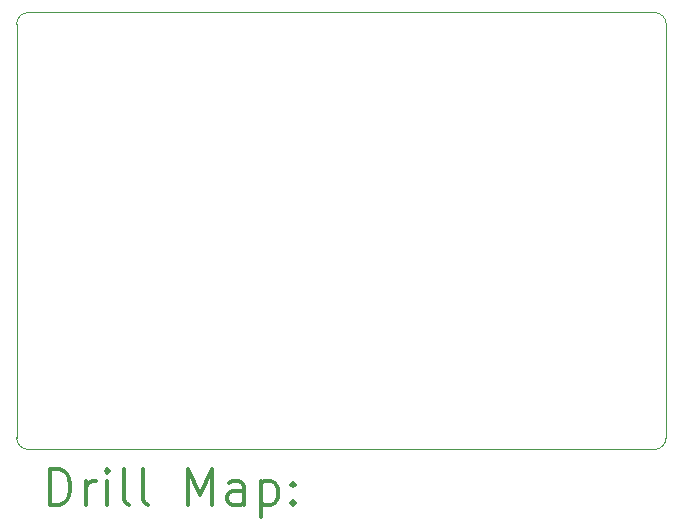
<source format=gbr>
%FSLAX45Y45*%
G04 Gerber Fmt 4.5, Leading zero omitted, Abs format (unit mm)*
G04 Created by KiCad (PCBNEW (5.1.6)-1) date 2021-12-03 11:21:00*
%MOMM*%
%LPD*%
G01*
G04 APERTURE LIST*
%TA.AperFunction,Profile*%
%ADD10C,0.050000*%
%TD*%
%ADD11C,0.200000*%
%ADD12C,0.300000*%
G04 APERTURE END LIST*
D10*
X20300000Y-8200000D02*
G75*
G02*
X20400000Y-8300000I0J-100000D01*
G01*
X15000000Y-8200000D02*
X20300000Y-8200000D01*
X14900000Y-8300000D02*
G75*
G02*
X15000000Y-8200000I100000J0D01*
G01*
X14900000Y-11800000D02*
X14900000Y-8300000D01*
X15000000Y-11900000D02*
G75*
G02*
X14900000Y-11800000I0J100000D01*
G01*
X20300000Y-11900000D02*
X15000000Y-11900000D01*
X20400000Y-11800000D02*
G75*
G02*
X20300000Y-11900000I-100000J0D01*
G01*
X20400000Y-8300000D02*
X20400000Y-11800000D01*
D11*
D12*
X15183928Y-12368214D02*
X15183928Y-12068214D01*
X15255357Y-12068214D01*
X15298214Y-12082500D01*
X15326786Y-12111071D01*
X15341071Y-12139643D01*
X15355357Y-12196786D01*
X15355357Y-12239643D01*
X15341071Y-12296786D01*
X15326786Y-12325357D01*
X15298214Y-12353929D01*
X15255357Y-12368214D01*
X15183928Y-12368214D01*
X15483928Y-12368214D02*
X15483928Y-12168214D01*
X15483928Y-12225357D02*
X15498214Y-12196786D01*
X15512500Y-12182500D01*
X15541071Y-12168214D01*
X15569643Y-12168214D01*
X15669643Y-12368214D02*
X15669643Y-12168214D01*
X15669643Y-12068214D02*
X15655357Y-12082500D01*
X15669643Y-12096786D01*
X15683928Y-12082500D01*
X15669643Y-12068214D01*
X15669643Y-12096786D01*
X15855357Y-12368214D02*
X15826786Y-12353929D01*
X15812500Y-12325357D01*
X15812500Y-12068214D01*
X16012500Y-12368214D02*
X15983928Y-12353929D01*
X15969643Y-12325357D01*
X15969643Y-12068214D01*
X16355357Y-12368214D02*
X16355357Y-12068214D01*
X16455357Y-12282500D01*
X16555357Y-12068214D01*
X16555357Y-12368214D01*
X16826786Y-12368214D02*
X16826786Y-12211071D01*
X16812500Y-12182500D01*
X16783928Y-12168214D01*
X16726786Y-12168214D01*
X16698214Y-12182500D01*
X16826786Y-12353929D02*
X16798214Y-12368214D01*
X16726786Y-12368214D01*
X16698214Y-12353929D01*
X16683928Y-12325357D01*
X16683928Y-12296786D01*
X16698214Y-12268214D01*
X16726786Y-12253929D01*
X16798214Y-12253929D01*
X16826786Y-12239643D01*
X16969643Y-12168214D02*
X16969643Y-12468214D01*
X16969643Y-12182500D02*
X16998214Y-12168214D01*
X17055357Y-12168214D01*
X17083928Y-12182500D01*
X17098214Y-12196786D01*
X17112500Y-12225357D01*
X17112500Y-12311071D01*
X17098214Y-12339643D01*
X17083928Y-12353929D01*
X17055357Y-12368214D01*
X16998214Y-12368214D01*
X16969643Y-12353929D01*
X17241071Y-12339643D02*
X17255357Y-12353929D01*
X17241071Y-12368214D01*
X17226786Y-12353929D01*
X17241071Y-12339643D01*
X17241071Y-12368214D01*
X17241071Y-12182500D02*
X17255357Y-12196786D01*
X17241071Y-12211071D01*
X17226786Y-12196786D01*
X17241071Y-12182500D01*
X17241071Y-12211071D01*
M02*

</source>
